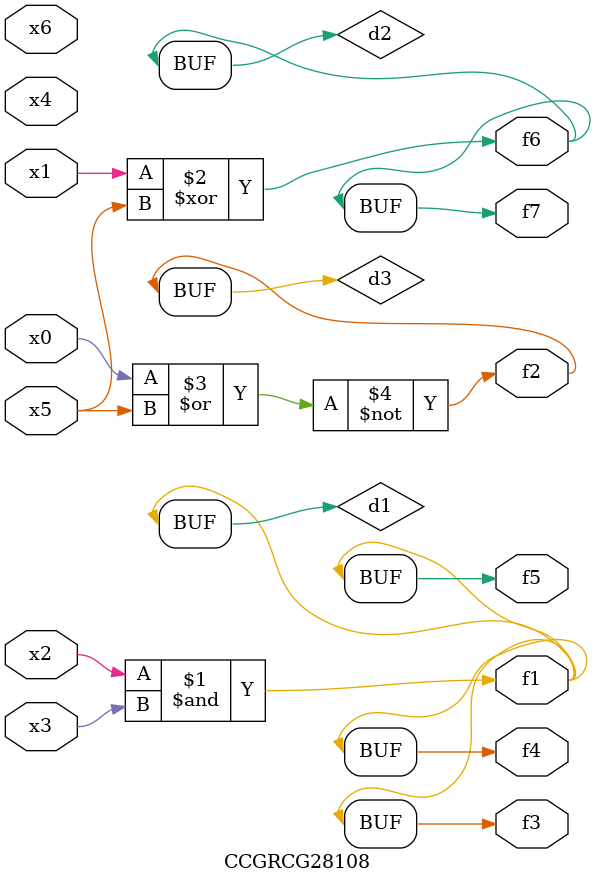
<source format=v>
module CCGRCG28108(
	input x0, x1, x2, x3, x4, x5, x6,
	output f1, f2, f3, f4, f5, f6, f7
);

	wire d1, d2, d3;

	and (d1, x2, x3);
	xor (d2, x1, x5);
	nor (d3, x0, x5);
	assign f1 = d1;
	assign f2 = d3;
	assign f3 = d1;
	assign f4 = d1;
	assign f5 = d1;
	assign f6 = d2;
	assign f7 = d2;
endmodule

</source>
